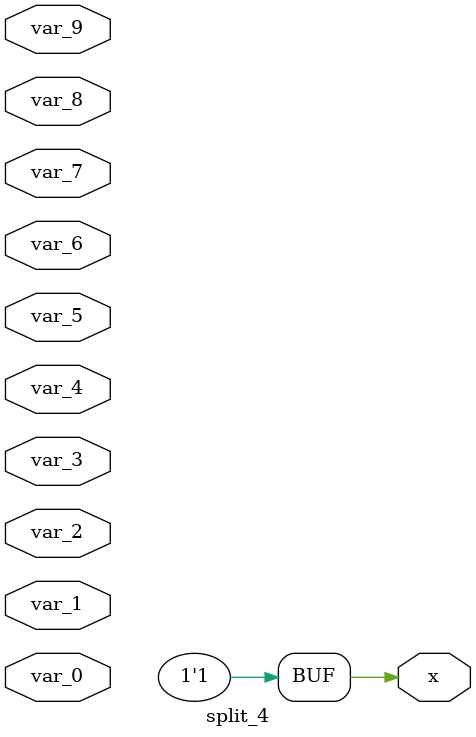
<source format=v>
module split_4(var_0, var_1, var_2, var_3, var_4, var_5, var_6, var_7, var_8, var_9, x);
    input [15:0] var_0;
    input [21:0] var_1;
    input [3:0] var_2;
    input [27:0] var_3;
    input [18:0] var_4;
    input [17:0] var_5;
    input [18:0] var_6;
    input [13:0] var_7;
    input [15:0] var_8;
    input [28:0] var_9;
    output wire x;

    assign x = 1'b1;
endmodule

</source>
